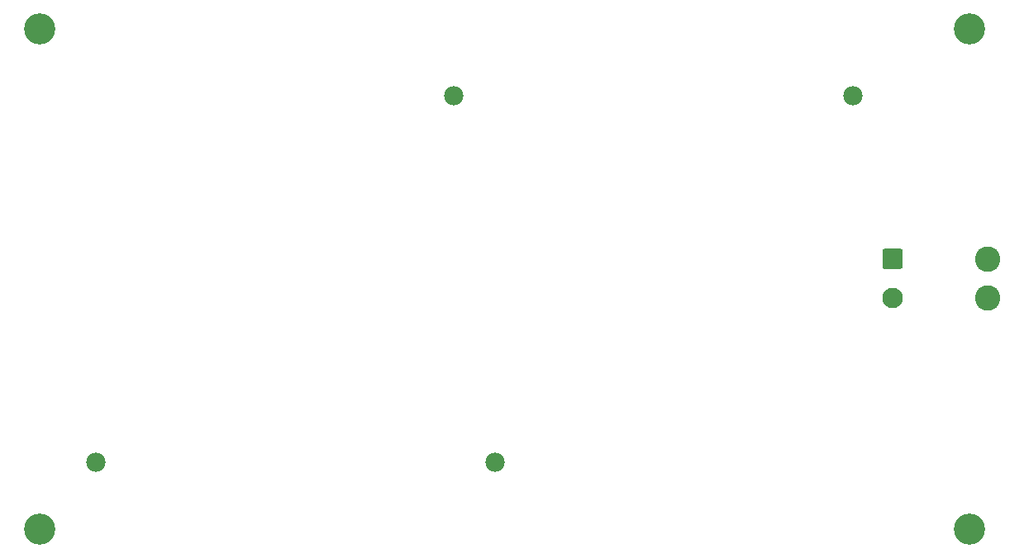
<source format=gbr>
G04 #@! TF.GenerationSoftware,KiCad,Pcbnew,(5.1.7)-1*
G04 #@! TF.CreationDate,2021-11-03T15:22:26-05:00*
G04 #@! TF.ProjectId,battery_pack,62617474-6572-4795-9f70-61636b2e6b69,1.0*
G04 #@! TF.SameCoordinates,Original*
G04 #@! TF.FileFunction,Soldermask,Bot*
G04 #@! TF.FilePolarity,Negative*
%FSLAX46Y46*%
G04 Gerber Fmt 4.6, Leading zero omitted, Abs format (unit mm)*
G04 Created by KiCad (PCBNEW (5.1.7)-1) date 2021-11-03 15:22:26*
%MOMM*%
%LPD*%
G01*
G04 APERTURE LIST*
%ADD10C,1.981200*%
%ADD11C,2.600000*%
%ADD12C,2.100000*%
%ADD13C,3.200000*%
G04 APERTURE END LIST*
D10*
X108356400Y-117068600D03*
D11*
X199653000Y-100262000D03*
D12*
X189953000Y-100262000D03*
G36*
G01*
X190753100Y-97276000D02*
X189152900Y-97276000D01*
G75*
G02*
X188903000Y-97026100I0J249900D01*
G01*
X188903000Y-95425900D01*
G75*
G02*
X189152900Y-95176000I249900J0D01*
G01*
X190753100Y-95176000D01*
G75*
G02*
X191003000Y-95425900I0J-249900D01*
G01*
X191003000Y-97026100D01*
G75*
G02*
X190753100Y-97276000I-249900J0D01*
G01*
G37*
D11*
X199653000Y-96226000D03*
D10*
X145008600Y-79527400D03*
X149250400Y-117068600D03*
X185902600Y-79527400D03*
D13*
X102616000Y-72644000D03*
X102616000Y-123952000D03*
X197866000Y-72644000D03*
X197866000Y-123952000D03*
M02*

</source>
